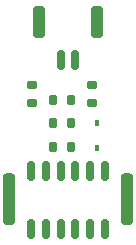
<source format=gbr>
%TF.GenerationSoftware,KiCad,Pcbnew,(5.99.0-11535-gf6cac49802)*%
%TF.CreationDate,2021-07-27T22:48:24-05:00*%
%TF.ProjectId,MT6816CT encoder breakout,4d543638-3136-4435-9420-656e636f6465,rev?*%
%TF.SameCoordinates,Original*%
%TF.FileFunction,Paste,Top*%
%TF.FilePolarity,Positive*%
%FSLAX46Y46*%
G04 Gerber Fmt 4.6, Leading zero omitted, Abs format (unit mm)*
G04 Created by KiCad (PCBNEW (5.99.0-11535-gf6cac49802)) date 2021-07-27 22:48:24*
%MOMM*%
%LPD*%
G01*
G04 APERTURE LIST*
G04 Aperture macros list*
%AMRoundRect*
0 Rectangle with rounded corners*
0 $1 Rounding radius*
0 $2 $3 $4 $5 $6 $7 $8 $9 X,Y pos of 4 corners*
0 Add a 4 corners polygon primitive as box body*
4,1,4,$2,$3,$4,$5,$6,$7,$8,$9,$2,$3,0*
0 Add four circle primitives for the rounded corners*
1,1,$1+$1,$2,$3*
1,1,$1+$1,$4,$5*
1,1,$1+$1,$6,$7*
1,1,$1+$1,$8,$9*
0 Add four rect primitives between the rounded corners*
20,1,$1+$1,$2,$3,$4,$5,0*
20,1,$1+$1,$4,$5,$6,$7,0*
20,1,$1+$1,$6,$7,$8,$9,0*
20,1,$1+$1,$8,$9,$2,$3,0*%
G04 Aperture macros list end*
%ADD10RoundRect,0.150000X-0.150000X-0.700000X0.150000X-0.700000X0.150000X0.700000X-0.150000X0.700000X0*%
%ADD11RoundRect,0.250000X-0.250000X-1.100000X0.250000X-1.100000X0.250000X1.100000X-0.250000X1.100000X0*%
%ADD12RoundRect,0.150000X-0.300000X0.150000X-0.300000X-0.150000X0.300000X-0.150000X0.300000X0.150000X0*%
%ADD13RoundRect,0.150000X-0.150000X-0.300000X0.150000X-0.300000X0.150000X0.300000X-0.150000X0.300000X0*%
%ADD14RoundRect,0.250000X-0.250000X-1.150000X0.250000X-1.150000X0.250000X1.150000X-0.250000X1.150000X0*%
%ADD15RoundRect,0.150000X0.150000X0.700000X-0.150000X0.700000X-0.150000X-0.700000X0.150000X-0.700000X0*%
%ADD16RoundRect,0.250000X0.250000X1.100000X-0.250000X1.100000X-0.250000X-1.100000X0.250000X-1.100000X0*%
%ADD17RoundRect,0.150000X0.300000X-0.150000X0.300000X0.150000X-0.300000X0.150000X-0.300000X-0.150000X0*%
%ADD18R,0.450000X0.600000*%
%ADD19RoundRect,0.150000X0.150000X0.300000X-0.150000X0.300000X-0.150000X-0.300000X0.150000X-0.300000X0*%
G04 APERTURE END LIST*
D10*
%TO.C,J3*%
X135375000Y-87050000D03*
X136625000Y-87050000D03*
X137875000Y-87050000D03*
X139125000Y-87050000D03*
X140375000Y-87050000D03*
X141625000Y-87050000D03*
D11*
X133525000Y-90250000D03*
X143475000Y-90250000D03*
%TD*%
D12*
%TO.C,R1*%
X135500000Y-81250000D03*
X135500000Y-79750000D03*
%TD*%
D13*
%TO.C,R2*%
X137250000Y-85000000D03*
X138750000Y-85000000D03*
%TD*%
D10*
%TO.C,J2*%
X135375000Y-91950000D03*
X136625000Y-91950000D03*
X137875000Y-91950000D03*
X139125000Y-91950000D03*
X140375000Y-91950000D03*
X141625000Y-91950000D03*
D14*
X143475000Y-88600000D03*
X133525000Y-88600000D03*
%TD*%
D15*
%TO.C,J1*%
X139125000Y-77600000D03*
X137875000Y-77600000D03*
D16*
X140975000Y-74400000D03*
X136025000Y-74400000D03*
%TD*%
D17*
%TO.C,D1*%
X140500000Y-81250000D03*
X140500000Y-79750000D03*
%TD*%
D18*
%TO.C,D2*%
X141000000Y-85050000D03*
X141000000Y-82950000D03*
%TD*%
D19*
%TO.C,C1*%
X138750000Y-81000000D03*
X137250000Y-81000000D03*
%TD*%
%TO.C,C2*%
X138750000Y-83000000D03*
X137250000Y-83000000D03*
%TD*%
M02*

</source>
